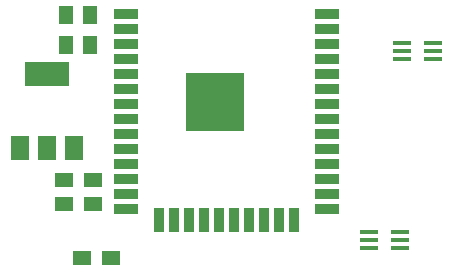
<source format=gbr>
%TF.GenerationSoftware,KiCad,Pcbnew,(5.0.1)-3*%
%TF.CreationDate,2019-10-12T21:06:36-05:00*%
%TF.ProjectId,pet_feeder,7065745F6665656465722E6B69636164,rev?*%
%TF.SameCoordinates,Original*%
%TF.FileFunction,Paste,Top*%
%TF.FilePolarity,Positive*%
%FSLAX46Y46*%
G04 Gerber Fmt 4.6, Leading zero omitted, Abs format (unit mm)*
G04 Created by KiCad (PCBNEW (5.0.1)-3) date 10/12/2019 9:06:36 PM*
%MOMM*%
%LPD*%
G01*
G04 APERTURE LIST*
%ADD10R,1.500000X1.250000*%
%ADD11R,1.250000X1.500000*%
%ADD12R,1.500000X0.400000*%
%ADD13R,3.800000X2.000000*%
%ADD14R,1.500000X2.000000*%
%ADD15R,5.000000X5.000000*%
%ADD16R,2.000000X0.900000*%
%ADD17R,0.900000X2.000000*%
G04 APERTURE END LIST*
D10*
X130322000Y-85852000D03*
X132822000Y-85852000D03*
X132842000Y-87884000D03*
X130342000Y-87884000D03*
X131846000Y-92456000D03*
X134346000Y-92456000D03*
D11*
X132588000Y-71902000D03*
X132588000Y-74402000D03*
X130556000Y-71902000D03*
X130556000Y-74402000D03*
D12*
X158944000Y-74280000D03*
X158944000Y-74930000D03*
X158944000Y-75580000D03*
X161604000Y-75580000D03*
X161604000Y-74930000D03*
X161604000Y-74280000D03*
X158810000Y-90282000D03*
X158810000Y-90932000D03*
X158810000Y-91582000D03*
X156150000Y-91582000D03*
X156150000Y-90932000D03*
X156150000Y-90282000D03*
D13*
X128905000Y-76860000D03*
D14*
X128905000Y-83160000D03*
X131205000Y-83160000D03*
X126605000Y-83160000D03*
D15*
X143145000Y-79255000D03*
D16*
X135645000Y-71755000D03*
X135645000Y-73025000D03*
X135645000Y-74295000D03*
X135645000Y-75565000D03*
X135645000Y-76835000D03*
X135645000Y-78105000D03*
X135645000Y-79375000D03*
X135645000Y-80645000D03*
X135645000Y-81915000D03*
X135645000Y-83185000D03*
X135645000Y-84455000D03*
X135645000Y-85725000D03*
X135645000Y-86995000D03*
X135645000Y-88265000D03*
D17*
X138430000Y-89265000D03*
X139700000Y-89265000D03*
X140970000Y-89265000D03*
X142240000Y-89265000D03*
X143510000Y-89265000D03*
X144780000Y-89265000D03*
X146050000Y-89265000D03*
X147320000Y-89265000D03*
X148590000Y-89265000D03*
X149860000Y-89265000D03*
D16*
X152645000Y-88265000D03*
X152645000Y-86995000D03*
X152645000Y-85725000D03*
X152645000Y-84455000D03*
X152645000Y-83185000D03*
X152645000Y-81915000D03*
X152645000Y-80645000D03*
X152645000Y-79375000D03*
X152645000Y-78105000D03*
X152645000Y-76835000D03*
X152645000Y-75565000D03*
X152645000Y-74295000D03*
X152645000Y-73025000D03*
X152645000Y-71755000D03*
M02*

</source>
